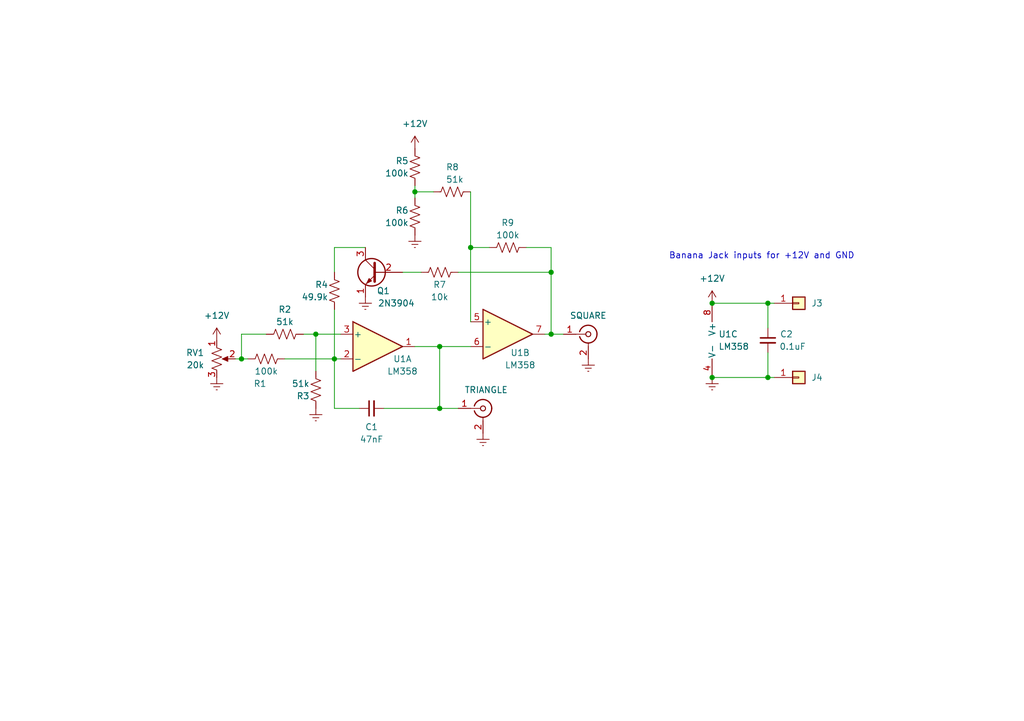
<source format=kicad_sch>
(kicad_sch (version 20211123) (generator eeschema)
  (paper "A5")
  (title_block (title "Triangle Wave VCO (LM358)") (date "2023-07-14") (company "Newell Jensen"))
  (lib_symbols
    (symbol "Amplifier_Operational:LM358" (pin_names (offset 0.127))
      (property "Reference" "U" (at 0 5.08 0))
      (property "Value" "LM358" (at 0 -5.08 0))
      (symbol "LM358_1_1"
        (polyline (pts (xy -5.08 5.08) (xy 5.08 0) (xy -5.08 -5.08) (xy -5.08 5.08)) (stroke (width 0.254)) (fill (type background)))
        (pin output line (at 7.62 0 180) (length 2.54) (name "~") (number "1"))
        (pin input line (at -7.62 -2.54 0) (length 2.54) (name "-") (number "2"))
        (pin input line (at -7.62 2.54 0) (length 2.54) (name "+") (number "3"))
      )
      (symbol "LM358_2_1"
        (polyline (pts (xy -5.08 5.08) (xy 5.08 0) (xy -5.08 -5.08) (xy -5.08 5.08)) (stroke (width 0.254)) (fill (type background)))
        (pin input line (at -7.62 2.54 0) (length 2.54) (name "+") (number "5"))
        (pin input line (at -7.62 -2.54 0) (length 2.54) (name "-") (number "6"))
        (pin output line (at 7.62 0 180) (length 2.54) (name "~") (number "7"))
      )
      (symbol "LM358_3_1"
        (pin power_in line (at -2.54 -7.62 90) (length 3.81) (name "V-") (number "4"))
        (pin power_in line (at -2.54 7.62 270) (length 3.81) (name "V+") (number "8"))
      )
    )
    (symbol "Connector:Conn_Coaxial" (pin_names (offset 1.016) hide)
      (property "Reference" "J" (at 0.254 3.048 0))
      (property "Value" "Conn_Coaxial" (at 2.921 0 90))
      (symbol "Conn_Coaxial_0_1"
        (arc (start -1.778 -0.508) (mid 0.2311 -1.8066) (end 1.778 0) (stroke (width 0.254)))
        (polyline (pts (xy -2.54 0) (xy -0.508 0)))
        (polyline (pts (xy 0 -2.54) (xy 0 -1.778)))
        (circle (center 0 0) (radius 0.508) (stroke (width 0.2032)))
        (arc (start 1.778 0) (mid 0.2099 1.8101) (end -1.778 0.508) (stroke (width 0.254)))
      )
      (symbol "Conn_Coaxial_1_1"
        (pin passive line (at -5.08 0 0) (length 2.54) (name "In") (number "1"))
        (pin passive line (at 0 -5.08 90) (length 2.54) (name "Ext") (number "2"))
      )
    )
    (symbol "Connector_Generic:Conn_01x01" (pin_names (offset 1.016) hide)
      (property "Reference" "J" (at 0 2.54 0))
      (property "Value" "Conn_01x01" (at 0 -2.54 0))
      (symbol "Conn_01x01_1_1"
        (rectangle (start -1.27 0.127) (end 0 -0.127) (stroke (width 0.1524)))
        (rectangle (start -1.27 1.27) (end 1.27 -1.27) (stroke (width 0.254)) (fill (type background)))
        (pin passive line (at -5.08 0 0) (length 3.81) (name "Pin_1") (number "1"))
      )
    )
    (symbol "Device:C_Small" (pin_numbers hide) (pin_names (offset 0.254) hide)
      (property "Reference" "C" (at 0.254 1.778 0))
      (property "Value" "C_Small" (at 0.254 -2.032 0))
      (symbol "C_Small_0_1"
        (polyline (pts (xy -1.524 -0.508) (xy 1.524 -0.508)) (stroke (width 0.3302)))
        (polyline (pts (xy -1.524 0.508) (xy 1.524 0.508)) (stroke (width 0.3048)))
      )
      (symbol "C_Small_1_1"
        (pin passive line (at 0 2.54 270) (length 2.032) (name "~") (number "1"))
        (pin passive line (at 0 -2.54 90) (length 2.032) (name "~") (number "2"))
      )
    )
    (symbol "Device:R_Potentiometer_US" (pin_names (offset 1.016) hide)
      (property "Reference" "RV" (at -4.445 0 90))
      (property "Value" "R_Potentiometer_US" (at -2.54 0 90))
      (symbol "R_Potentiometer_US_0_1"
        (polyline (pts (xy 0 -2.286) (xy 0 -2.54)))
        (polyline (pts (xy 0 2.54) (xy 0 2.286)))
        (polyline (pts (xy 2.54 0) (xy 1.524 0)))
        (polyline (pts (xy 1.143 0) (xy 2.286 0.508) (xy 2.286 -0.508) (xy 1.143 0)) (fill (type outline)))
        (polyline (pts (xy 0 -0.762) (xy 1.016 -1.143) (xy 0 -1.524) (xy -1.016 -1.905) (xy 0 -2.286)))
        (polyline (pts (xy 0 0.762) (xy 1.016 0.381) (xy 0 0) (xy -1.016 -0.381) (xy 0 -0.762)))
        (polyline (pts (xy 0 2.286) (xy 1.016 1.905) (xy 0 1.524) (xy -1.016 1.143) (xy 0 0.762)))
      )
      (symbol "R_Potentiometer_US_1_1"
        (pin passive line (at 0 3.81 270) (length 1.27) (name "1") (number "1"))
        (pin passive line (at 3.81 0 180) (length 1.27) (name "2") (number "2"))
        (pin passive line (at 0 -3.81 90) (length 1.27) (name "3") (number "3"))
      )
    )
    (symbol "Device:R_US" (pin_numbers hide) (pin_names (offset 0))
      (property "Reference" "R" (at 2.54 0 90))
      (property "Value" "R_US" (at -2.54 0 90))
      (symbol "R_US_0_1"
        (polyline (pts (xy 0 -2.286) (xy 0 -2.54)))
        (polyline (pts (xy 0 2.286) (xy 0 2.54)))
        (polyline (pts (xy 0 -0.762) (xy 1.016 -1.143) (xy 0 -1.524) (xy -1.016 -1.905) (xy 0 -2.286)))
        (polyline (pts (xy 0 0.762) (xy 1.016 0.381) (xy 0 0) (xy -1.016 -0.381) (xy 0 -0.762)))
        (polyline (pts (xy 0 2.286) (xy 1.016 1.905) (xy 0 1.524) (xy -1.016 1.143) (xy 0 0.762)))
      )
      (symbol "R_US_1_1"
        (pin passive line (at 0 3.81 270) (length 1.27) (name "~") (number "1"))
        (pin passive line (at 0 -3.81 90) (length 1.27) (name "~") (number "2"))
      )
    )
    (symbol "Transistor_BJT:2N3904" (pin_names (offset 0) hide)
      (property "Reference" "Q" (at 5.08 1.905 0))
      (property "Value" "2N3904" (at 5.08 0 0))
      (symbol "2N3904_0_1"
        (polyline (pts (xy 0.635 0.635) (xy 2.54 2.54)))
        (polyline (pts (xy 0.635 -0.635) (xy 2.54 -2.54) (xy 2.54 -2.54)))
        (polyline (pts (xy 0.635 1.905) (xy 0.635 -1.905) (xy 0.635 -1.905)) (stroke (width 0.508)))
        (polyline (pts (xy 1.27 -1.778) (xy 1.778 -1.27) (xy 2.286 -2.286) (xy 1.27 -1.778) (xy 1.27 -1.778)) (fill (type outline)))
        (circle (center 1.27 0) (radius 2.8194) (stroke (width 0.254)))
      )
      (symbol "2N3904_1_1"
        (pin passive line (at 2.54 -5.08 90) (length 2.54) (name "E") (number "1"))
        (pin passive line (at -5.08 0 0) (length 5.715) (name "B") (number "2"))
        (pin passive line (at 2.54 5.08 270) (length 2.54) (name "C") (number "3"))
      )
    )
    (symbol "power:+12V" (power) (pin_names (offset 0))
      (property "Value" "+12V" (at 0 3.556 0))
      (symbol "+12V_0_1"
        (polyline (pts (xy -0.762 1.27) (xy 0 2.54)))
        (polyline (pts (xy 0 0) (xy 0 2.54)))
        (polyline (pts (xy 0 2.54) (xy 0.762 1.27)))
      )
      (symbol "+12V_1_1"
        (pin power_in line (at 0 0 90) (length 0) hide (name "+12V") (number "1"))
      )
    )
    (symbol "power:GNDREF" (power) (pin_names (offset 0))
      (property "Value" "GNDREF" (at 0 -3.81 0))
      (symbol "GNDREF_0_1"
        (polyline (pts (xy -0.635 -1.905) (xy 0.635 -1.905)))
        (polyline (pts (xy -0.127 -2.54) (xy 0.127 -2.54)))
        (polyline (pts (xy 0 -1.27) (xy 0 0)))
        (polyline (pts (xy 1.27 -1.27) (xy -1.27 -1.27)))
      )
      (symbol "GNDREF_1_1"
        (pin power_in line (at 0 0 270) (length 0) hide (name "GNDREF") (number "1"))
      )
    )
  )
  (junction (at 90.17 83.82))
  (junction (at 64.77 68.58))
  (junction (at 85.09 39.37))
  (junction (at 90.17 71.12))
  (junction (at 146.05 62.23))
  (junction (at 157.48 62.23))
  (junction (at 96.52 50.8))
  (junction (at 49.53 73.66))
  (junction (at 157.48 77.47))
  (junction (at 113.03 55.88))
  (junction (at 146.05 77.47))
  (junction (at 113.03 68.58))
  (junction (at 68.58 73.66))
  (wire (pts (xy 64.77 68.58) (xy 69.85 68.58)))
  (wire (pts (xy 85.09 38.1) (xy 85.09 39.37)))
  (wire (pts (xy 157.48 62.23) (xy 157.48 67.31)))
  (wire (pts (xy 90.17 71.12) (xy 96.52 71.12)))
  (wire (pts (xy 82.55 55.88) (xy 86.36 55.88)))
  (wire (pts (xy 85.09 39.37) (xy 85.09 40.64)))
  (wire (pts (xy 113.03 55.88) (xy 113.03 68.58)))
  (wire (pts (xy 68.58 73.66) (xy 69.85 73.66)))
  (wire (pts (xy 93.98 55.88) (xy 113.03 55.88)))
  (wire (pts (xy 64.77 68.58) (xy 64.77 76.2)))
  (wire (pts (xy 74.93 50.8) (xy 68.58 50.8)))
  (wire (pts (xy 113.03 50.8) (xy 107.95 50.8)))
  (wire (pts (xy 58.42 73.66) (xy 68.58 73.66)))
  (wire (pts (xy 68.58 83.82) (xy 68.58 73.66)))
  (wire (pts (xy 54.61 68.58) (xy 49.53 68.58)))
  (wire (pts (xy 113.03 68.58) (xy 111.76 68.58)))
  (wire (pts (xy 113.03 68.58) (xy 115.57 68.58)))
  (wire (pts (xy 96.52 39.37) (xy 96.52 50.8)))
  (wire (pts (xy 146.05 77.47) (xy 157.48 77.47)))
  (wire (pts (xy 113.03 55.88) (xy 113.03 50.8)))
  (wire (pts (xy 48.26 73.66) (xy 49.53 73.66)))
  (wire (pts (xy 73.66 83.82) (xy 68.58 83.82)))
  (wire (pts (xy 96.52 50.8) (xy 96.52 66.04)))
  (wire (pts (xy 90.17 71.12) (xy 90.17 83.82)))
  (wire (pts (xy 85.09 71.12) (xy 90.17 71.12)))
  (wire (pts (xy 157.48 62.23) (xy 158.75 62.23)))
  (wire (pts (xy 157.48 77.47) (xy 158.75 77.47)))
  (wire (pts (xy 68.58 50.8) (xy 68.58 55.88)))
  (wire (pts (xy 68.58 63.5) (xy 68.58 73.66)))
  (wire (pts (xy 49.53 68.58) (xy 49.53 73.66)))
  (wire (pts (xy 85.09 39.37) (xy 88.9 39.37)))
  (wire (pts (xy 146.05 62.23) (xy 157.48 62.23)))
  (wire (pts (xy 96.52 50.8) (xy 100.33 50.8)))
  (wire (pts (xy 90.17 83.82) (xy 78.74 83.82)))
  (wire (pts (xy 157.48 72.39) (xy 157.48 77.47)))
  (wire (pts (xy 62.23 68.58) (xy 64.77 68.58)))
  (wire (pts (xy 90.17 83.82) (xy 93.98 83.82)))
  (wire (pts (xy 49.53 73.66) (xy 50.8 73.66)))
  (text "Banana Jack inputs for +12V and GND\n" (at 137.16 53.34 0) (effects (font (size 1.27 1.27)) (justify left bottom)))
  (symbol (lib_id "Connector_Generic:Conn_01x01") (at 163.83 77.47 0) (unit 1)
    (property "Reference" "J4" (at 166.37 77.4699 0) (effects (justify left)))
    (property "Value" "Conn_01x01" (effects hide))
    (property "Footprint" "Connector_Wire:SolderWire-0.25sqmm_1x01_D0.65mm_OD2mm" (effects hide))
  )
  (symbol (lib_id "Device:R_Potentiometer_US") (at 44.45 73.66 0) (unit 1)
    (property "Reference" "RV1" (at 41.91 72.3899 0) (effects (justify right)))
    (property "Value" "20k" (at 41.91 74.9299 0) (effects (justify right)))
    (property "Footprint" "Potentiometer_THT:Potentiometer_Alps_RK163_Single_Horizontal" (effects hide))
  )
  (symbol (lib_id "power:+12V") (at 44.45 69.85 0) (unit 1)
    (property "Reference" "#PWR01" (effects hide))
    (property "Value" "+12V" (at 44.45 64.77 0))
  )
  (symbol (lib_id "Device:R_US") (at 68.58 59.69 180) (unit 1)
    (property "Reference" "R4" (at 67.31 58.42 0) (effects (justify left)))
    (property "Value" "49.9k" (at 67.31 60.96 0) (effects (justify left)))
    (property "Footprint" "Resistor_SMD:R_0805_2012Metric" (effects hide))
  )
  (symbol (lib_id "power:+12V") (at 85.09 30.48 0) (unit 1)
    (property "Reference" "#PWR05" (effects hide))
    (property "Value" "+12V" (at 85.09 25.4 0))
  )
  (symbol (lib_id "power:GNDREF") (at 85.09 48.26 0) (unit 1)
    (property "Reference" "#PWR06" (effects hide))
    (property "Value" "GNDREF" (effects hide))
  )
  (symbol (lib_id "Device:R_US") (at 64.77 80.01 180) (unit 1)
    (property "Reference" "R3" (at 63.5 81.28 0) (effects (justify left)))
    (property "Value" "51k" (at 63.5 78.74 0) (effects (justify left)))
    (property "Footprint" "Resistor_SMD:R_0805_2012Metric" (effects hide))
  )
  (symbol (lib_id "Amplifier_Operational:LM358") (at 104.14 68.58 0) (unit 2)
    (property "Reference" "U1" (at 106.68 72.39 0))
    (property "Value" "LM358" (at 106.68 74.93 0))
    (property "Footprint" "Package_DIP:DIP-8_W10.16mm_LongPads" (effects hide))
    (property "Datasheet" "http://www.ti.com/lit/ds/symlink/lm2904-n.pdf" (effects hide))
  )
  (symbol (lib_id "Transistor_BJT:2N3904") (at 77.47 55.88 0) (mirror y) (unit 1)
    (property "Reference" "Q1" (at 80.01 59.69 0) (effects (justify left)))
    (property "Value" "2N3904" (at 85.09 62.23 0) (effects (justify left)))
    (property "Footprint" "Package_TO_SOT_THT:TO-92_Inline" (effects hide))
    (property "Datasheet" "https://www.onsemi.com/pub/Collateral/2N3903-D.PDF" (effects hide))
  )
  (symbol (lib_id "Connector:Conn_Coaxial") (at 99.06 83.82 0) (unit 1)
    (property "Reference" "TRIANGLE" (at 95.25 80.01 0) (effects (justify left)))
    (property "Value" "Conn_Coaxial" (effects hide))
    (property "Footprint" "Connector_Wire:SolderWire-0.25sqmm_1x02_P4.5mm_D0.65mm_OD2mm" (effects hide))
    (property "Datasheet" " ~" (effects hide))
  )
  (symbol (lib_id "power:GNDREF") (at 146.05 77.47 0) (unit 1)
    (property "Reference" "#PWR0101" (effects hide))
    (property "Value" "GNDREF" (effects hide))
  )
  (symbol (lib_id "Connector_Generic:Conn_01x01") (at 163.83 62.23 0) (unit 1)
    (property "Reference" "J3" (at 166.37 62.2299 0) (effects (justify left)))
    (property "Value" "Conn_01x01" (effects hide))
    (property "Footprint" "Connector_Wire:SolderWire-0.25sqmm_1x01_D0.65mm_OD2mm" (effects hide))
  )
  (symbol (lib_id "Device:R_US") (at 85.09 34.29 180) (unit 1)
    (property "Reference" "R5" (at 83.82 33.02 0) (effects (justify left)))
    (property "Value" "100k" (at 83.82 35.56 0) (effects (justify left)))
    (property "Footprint" "Resistor_SMD:R_0805_2012Metric" (effects hide))
  )
  (symbol (lib_id "power:GNDREF") (at 44.45 77.47 0) (unit 1)
    (property "Reference" "#PWR02" (effects hide))
    (property "Value" "GNDREF" (effects hide))
  )
  (symbol (lib_id "Device:R_US") (at 54.61 73.66 90) (unit 1)
    (property "Reference" "R1" (at 53.34 78.74 90))
    (property "Value" "100k" (at 54.61 76.2 90))
    (property "Footprint" "Resistor_SMD:R_0805_2012Metric" (effects hide))
  )
  (symbol (lib_id "Device:R_US") (at 104.14 50.8 90) (unit 1)
    (property "Reference" "R9" (at 104.14 45.72 90))
    (property "Value" "100k" (at 104.14 48.26 90))
    (property "Footprint" "Resistor_SMD:R_0805_2012Metric" (effects hide))
  )
  (symbol (lib_id "Device:R_US") (at 85.09 44.45 180) (unit 1)
    (property "Reference" "R6" (at 83.82 43.18 0) (effects (justify left)))
    (property "Value" "100k" (at 83.82 45.72 0) (effects (justify left)))
    (property "Footprint" "Resistor_SMD:R_0805_2012Metric" (effects hide))
  )
  (symbol (lib_id "Connector:Conn_Coaxial") (at 120.65 68.58 0) (unit 1)
    (property "Reference" "SQUARE" (at 116.84 64.77 0) (effects (justify left)))
    (property "Value" "Conn_Coaxial" (effects hide))
    (property "Footprint" "Connector_Wire:SolderWire-0.25sqmm_1x02_P4.5mm_D0.65mm_OD2mm" (effects hide))
    (property "Datasheet" " ~" (effects hide))
  )
  (symbol (lib_id "power:+12V") (at 146.05 62.23 0) (unit 1)
    (property "Reference" "#PWR0102" (effects hide))
    (property "Value" "+12V" (at 146.05 57.15 0))
  )
  (symbol (lib_id "Device:R_US") (at 90.17 55.88 90) (unit 1)
    (property "Reference" "R7" (at 90.17 58.42 90))
    (property "Value" "10k" (at 90.17 60.96 90))
    (property "Footprint" "Resistor_SMD:R_0805_2012Metric" (effects hide))
  )
  (symbol (lib_id "Device:C_Small") (at 76.2 83.82 90) (unit 1)
    (property "Reference" "C1" (at 76.2 87.63 90))
    (property "Value" "47nF" (at 76.2 90.17 90))
    (property "Footprint" "Capacitor_SMD:C_0805_2012Metric" (effects hide))
  )
  (symbol (lib_id "Device:R_US") (at 92.71 39.37 270) (unit 1)
    (property "Reference" "R8" (at 91.44 34.29 90) (effects (justify left)))
    (property "Value" "51k" (at 91.44 36.83 90) (effects (justify left)))
    (property "Footprint" "Resistor_SMD:R_0805_2012Metric" (effects hide))
  )
  (symbol (lib_id "power:GNDREF") (at 120.65 73.66 0) (unit 1)
    (property "Reference" "#PWR08" (effects hide))
    (property "Value" "GNDREF" (effects hide))
  )
  (symbol (lib_id "Device:C_Small") (at 157.48 69.85 0) (unit 1)
    (property "Reference" "C2" (at 161.29 68.58 0))
    (property "Value" "0.1uF" (at 162.56 71.12 0))
    (property "Footprint" "Capacitor_SMD:C_0805_2012Metric" (effects hide))
  )
  (symbol (lib_id "power:GNDREF") (at 64.77 83.82 0) (unit 1)
    (property "Reference" "#PWR03" (effects hide))
    (property "Value" "GNDREF" (effects hide))
  )
  (symbol (lib_id "Amplifier_Operational:LM358") (at 77.47 71.12 0) (unit 1)
    (property "Reference" "U1" (at 82.55 73.66 0))
    (property "Value" "LM358" (at 82.55 76.2 0))
    (property "Footprint" "Package_DIP:DIP-8_W10.16mm_LongPads" (effects hide))
    (property "Datasheet" "http://www.ti.com/lit/ds/symlink/lm2904-n.pdf" (effects hide))
  )
  (symbol (lib_id "power:GNDREF") (at 99.06 88.9 0) (unit 1)
    (property "Reference" "#PWR07" (effects hide))
    (property "Value" "GNDREF" (effects hide))
  )
  (symbol (lib_id "Amplifier_Operational:LM358") (at 148.59 69.85 0) (unit 3)
    (property "Reference" "U1" (at 147.32 68.5799 0) (effects (justify left)))
    (property "Value" "LM358" (at 147.32 71.1199 0) (effects (justify left)))
    (property "Footprint" "Package_DIP:DIP-8_W10.16mm_LongPads" (effects hide))
    (property "Datasheet" "http://www.ti.com/lit/ds/symlink/lm2904-n.pdf" (effects hide))
  )
  (symbol (lib_id "Device:R_US") (at 58.42 68.58 90) (unit 1)
    (property "Reference" "R2" (at 58.42 63.5 90))
    (property "Value" "51k" (at 58.42 66.04 90))
    (property "Footprint" "Resistor_SMD:R_0805_2012Metric" (effects hide))
  )
  (symbol (lib_id "power:GNDREF") (at 74.93 60.96 0) (unit 1)
    (property "Reference" "#PWR04" (effects hide))
    (property "Value" "GNDREF" (effects hide))
  )
)
</source>
